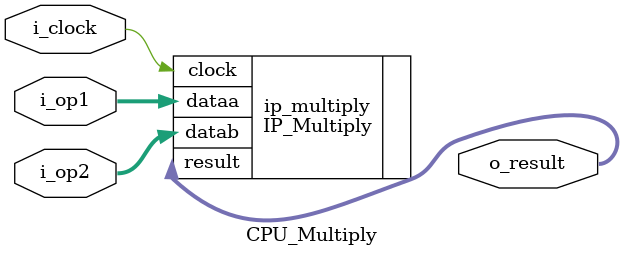
<source format=v>


module CPU_Multiply(
	input wire i_clock,
	input wire [31:0] i_op1,
	input wire [31:0] i_op2,
	output wire [63:0] o_result
);

`ifndef __ICARUS__

    IP_Multiply ip_multiply(
        .clock(i_clock),
        .dataa(i_op1),
        .datab(i_op2),
        .result(o_result)
    );

`else

    reg [63:0] p1;
	reg [63:0] p2;
	
	assign o_result = p2;

    always @(posedge i_clock)
    begin
        p1 <= i_op1 * i_op2;
        p2 <= p1;
    end

`endif

endmodule

</source>
